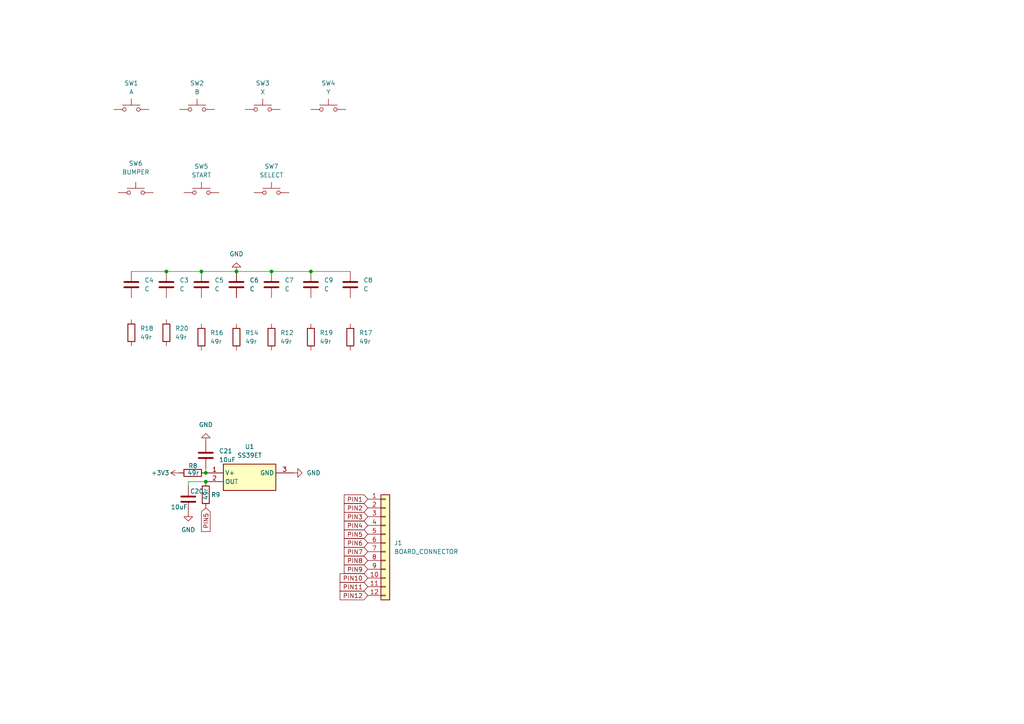
<source format=kicad_sch>
(kicad_sch (version 20231120) (generator "eeschema") (generator_version "8.0")
  (paper "A4")
  (lib_symbols
    (symbol "Connector_Generic:Conn_01x12" (pin_names (offset 1.016) hide)
      (property "Reference" "J" (at 0 15.24 0))
      (property "Value" "Conn_01x12" (at 0 -17.78 0))
      (symbol "Conn_01x12_1_1"
        (rectangle (start -1.27 -15.113) (end 0 -15.367) (stroke (width 0.1524)))
        (rectangle (start -1.27 -12.573) (end 0 -12.827) (stroke (width 0.1524)))
        (rectangle (start -1.27 -10.033) (end 0 -10.287) (stroke (width 0.1524)))
        (rectangle (start -1.27 -7.493) (end 0 -7.747) (stroke (width 0.1524)))
        (rectangle (start -1.27 -4.953) (end 0 -5.207) (stroke (width 0.1524)))
        (rectangle (start -1.27 -2.413) (end 0 -2.667) (stroke (width 0.1524)))
        (rectangle (start -1.27 0.127) (end 0 -0.127) (stroke (width 0.1524)))
        (rectangle (start -1.27 2.667) (end 0 2.413) (stroke (width 0.1524)))
        (rectangle (start -1.27 5.207) (end 0 4.953) (stroke (width 0.1524)))
        (rectangle (start -1.27 7.747) (end 0 7.493) (stroke (width 0.1524)))
        (rectangle (start -1.27 10.287) (end 0 10.033) (stroke (width 0.1524)))
        (rectangle (start -1.27 12.827) (end 0 12.573) (stroke (width 0.1524)))
        (rectangle (start -1.27 13.97) (end 1.27 -16.51) (stroke (width 0.254)) (fill (type background)))
        (pin passive line (at -5.08 12.7 0) (length 3.81) (name "Pin_1") (number "1"))
        (pin passive line (at -5.08 -10.16 0) (length 3.81) (name "Pin_10") (number "10"))
        (pin passive line (at -5.08 -12.7 0) (length 3.81) (name "Pin_11") (number "11"))
        (pin passive line (at -5.08 -15.24 0) (length 3.81) (name "Pin_12") (number "12"))
        (pin passive line (at -5.08 10.16 0) (length 3.81) (name "Pin_2") (number "2"))
        (pin passive line (at -5.08 7.62 0) (length 3.81) (name "Pin_3") (number "3"))
        (pin passive line (at -5.08 5.08 0) (length 3.81) (name "Pin_4") (number "4"))
        (pin passive line (at -5.08 2.54 0) (length 3.81) (name "Pin_5") (number "5"))
        (pin passive line (at -5.08 0 0) (length 3.81) (name "Pin_6") (number "6"))
        (pin passive line (at -5.08 -2.54 0) (length 3.81) (name "Pin_7") (number "7"))
        (pin passive line (at -5.08 -5.08 0) (length 3.81) (name "Pin_8") (number "8"))
        (pin passive line (at -5.08 -7.62 0) (length 3.81) (name "Pin_9") (number "9"))
      )
    )
    (symbol "Device:C" (pin_numbers hide) (pin_names (offset 0.254))
      (property "Reference" "C" (at 0.635 2.54 0))
      (property "Value" "C" (at 0.635 -2.54 0))
      (symbol "C_0_1"
        (polyline (pts (xy -2.032 -0.762) (xy 2.032 -0.762)) (stroke (width 0.508)))
        (polyline (pts (xy -2.032 0.762) (xy 2.032 0.762)) (stroke (width 0.508)))
      )
      (symbol "C_1_1"
        (pin passive line (at 0 3.81 270) (length 2.794) (name "~") (number "1"))
        (pin passive line (at 0 -3.81 90) (length 2.794) (name "~") (number "2"))
      )
    )
    (symbol "Device:R" (pin_numbers hide) (pin_names (offset 0))
      (property "Reference" "R" (at 2.032 0 90))
      (property "Value" "R" (at 0 0 90))
      (symbol "R_0_1"
        (rectangle (start -1.016 -2.54) (end 1.016 2.54) (stroke (width 0.254)))
      )
      (symbol "R_1_1"
        (pin passive line (at 0 3.81 270) (length 1.27) (name "~") (number "1"))
        (pin passive line (at 0 -3.81 90) (length 1.27) (name "~") (number "2"))
      )
    )
    (symbol "SS39ET:SS39ET"
      (property "Reference" "U" (at 21.59 7.62 0))
      (property "Value" "SS39ET" (at 21.59 5.08 0))
      (symbol "SS39ET_1_1"
        (rectangle (start 5.08 2.54) (end 20.32 -5.08) (stroke (width 0.254)) (fill (type background)))
        (pin power_in line (at 0 0 0) (length 5.08) (name "V+") (number "1"))
        (pin output line (at 0 -2.54 0) (length 5.08) (name "OUT") (number "2"))
        (pin power_in line (at 25.4 0 180) (length 5.08) (name "GND") (number "3"))
      )
    )
    (symbol "Switch:SW_Push" (pin_numbers hide) (pin_names (offset 1.016) hide)
      (property "Reference" "SW" (at 1.27 2.54 0))
      (property "Value" "SW_Push" (at 0 -1.524 0))
      (symbol "SW_Push_0_1"
        (circle (center -2.032 0) (radius 0.508))
        (polyline (pts (xy 0 1.27) (xy 0 3.048)))
        (polyline (pts (xy 2.54 1.27) (xy -2.54 1.27)))
        (circle (center 2.032 0) (radius 0.508))
        (pin passive line (at -5.08 0 0) (length 2.54) (name "1") (number "1"))
        (pin passive line (at 5.08 0 180) (length 2.54) (name "2") (number "2"))
      )
    )
    (symbol "power:+3V3" (power) (pin_numbers hide) (pin_names (offset 0) hide)
      (property "Value" "+3V3" (at 0 3.556 0))
      (symbol "+3V3_0_1"
        (polyline (pts (xy -0.762 1.27) (xy 0 2.54)))
        (polyline (pts (xy 0 0) (xy 0 2.54)))
        (polyline (pts (xy 0 2.54) (xy 0.762 1.27)))
      )
      (symbol "+3V3_1_1"
        (pin power_in line (at 0 0 90) (length 0) (name "~") (number "1"))
      )
    )
    (symbol "power:GND" (power) (pin_numbers hide) (pin_names (offset 0) hide)
      (property "Value" "GND" (at 0 -3.81 0))
      (symbol "GND_0_1"
        (polyline (pts (xy 0 0) (xy 0 -1.27) (xy 1.27 -1.27) (xy 0 -2.54) (xy -1.27 -1.27) (xy 0 -1.27)))
      )
      (symbol "GND_1_1"
        (pin power_in line (at 0 0 270) (length 0) (name "~") (number "1"))
      )
    )
  )
  (junction (at 58.42 78.74))
  (junction (at 90.17 78.74))
  (junction (at 48.26 78.74))
  (junction (at 59.69 139.7))
  (junction (at 59.69 137.16))
  (junction (at 68.58 78.74))
  (junction (at 78.74 78.74))
  (wire (pts (xy 54.61 139.7) (xy 54.61 140.97)))
  (wire (pts (xy 59.69 139.7) (xy 54.61 139.7)))
  (wire (pts (xy 78.74 78.74) (xy 90.17 78.74)))
  (wire (pts (xy 90.17 78.74) (xy 101.6 78.74)))
  (wire (pts (xy 48.26 78.74) (xy 58.42 78.74)))
  (wire (pts (xy 68.58 78.74) (xy 78.74 78.74)))
  (wire (pts (xy 58.42 78.74) (xy 68.58 78.74)))
  (wire (pts (xy 59.69 135.89) (xy 59.69 137.16)))
  (wire (pts (xy 38.1 78.74) (xy 48.26 78.74)))
  (global_label "PIN8" (shape input) (at 106.68 162.56 180) (property "Intersheetrefs" "${INTERSHEET_REFS}" (effects (hide yes))))
  (global_label "PIN11" (shape input) (at 106.68 170.18 180) (property "Intersheetrefs" "${INTERSHEET_REFS}" (effects (hide yes))))
  (global_label "PIN4" (shape input) (at 106.68 152.4 180) (property "Intersheetrefs" "${INTERSHEET_REFS}" (effects (hide yes))))
  (global_label "PIN10" (shape input) (at 106.68 167.64 180) (property "Intersheetrefs" "${INTERSHEET_REFS}" (effects (hide yes))))
  (global_label "PIN5" (shape input) (at 59.69 147.32 270) (property "Intersheetrefs" "${INTERSHEET_REFS}" (effects (hide yes))))
  (global_label "PIN2" (shape input) (at 106.68 147.32 180) (property "Intersheetrefs" "${INTERSHEET_REFS}" (effects (hide yes))))
  (global_label "PIN5" (shape input) (at 106.68 154.94 180) (property "Intersheetrefs" "${INTERSHEET_REFS}" (effects (hide yes))))
  (global_label "PIN12" (shape input) (at 106.68 172.72 180) (property "Intersheetrefs" "${INTERSHEET_REFS}" (effects (hide yes))))
  (global_label "PIN3" (shape input) (at 106.68 149.86 180) (property "Intersheetrefs" "${INTERSHEET_REFS}" (effects (hide yes))))
  (global_label "PIN1" (shape input) (at 106.68 144.78 180) (property "Intersheetrefs" "${INTERSHEET_REFS}" (effects (hide yes))))
  (global_label "PIN6" (shape input) (at 106.68 157.48 180) (property "Intersheetrefs" "${INTERSHEET_REFS}" (effects (hide yes))))
  (global_label "PIN9" (shape input) (at 106.68 165.1 180) (property "Intersheetrefs" "${INTERSHEET_REFS}" (effects (hide yes))))
  (global_label "PIN7" (shape input) (at 106.68 160.02 180) (property "Intersheetrefs" "${INTERSHEET_REFS}" (effects (hide yes))))
  (symbol (lib_id "Device:R") (at 78.74 97.79 0) (unit 1)
    (property "Reference" "R12" (at 81.28 96.5199 0) (effects (justify left)))
    (property "Value" "49r" (at 81.28 99.0599 0) (effects (justify left)))
    (property "Footprint" "Resistor_SMD:R_0402_1005Metric" (effects (hide yes)))
    (property "Description" "Resistor" (effects (hide yes)))
  )
  (symbol (lib_id "power:+3V3") (at 52.07 137.16 90) (unit 1)
    (property "Reference" "#PWR01" (effects (hide yes)))
    (property "Value" "+3V3" (at 46.482 137.16 90))
    (property "Description" "Power symbol creates a global label with name \"+3V3\"" (effects (hide yes)))
  )
  (symbol (lib_id "Device:C") (at 48.26 82.55 0) (unit 1)
    (property "Reference" "C3" (at 52.07 81.2799 0) (effects (justify left)))
    (property "Value" "C" (at 52.07 83.8199 0) (effects (justify left)))
    (property "Footprint" "Capacitor_SMD:C_0402_1005Metric" (effects (hide yes)))
    (property "Description" "Unpolarized capacitor" (effects (hide yes)))
  )
  (symbol (lib_id "Device:C") (at 58.42 82.55 0) (unit 1)
    (property "Reference" "C5" (at 62.23 81.2799 0) (effects (justify left)))
    (property "Value" "C" (at 62.23 83.8199 0) (effects (justify left)))
    (property "Footprint" "Capacitor_SMD:C_0402_1005Metric" (effects (hide yes)))
    (property "Description" "Unpolarized capacitor" (effects (hide yes)))
  )
  (symbol (lib_id "Device:C") (at 54.61 144.78 0) (unit 1)
    (property "Reference" "C20" (at 55.118 142.494 0) (effects (justify left)))
    (property "Value" "10uF" (at 49.53 147.066 0) (effects (justify left)))
    (property "Footprint" "Capacitor_SMD:C_0402_1005Metric" (effects (hide yes)))
    (property "Description" "Unpolarized capacitor" (effects (hide yes)))
  )
  (symbol (lib_id "Device:R") (at 68.58 97.79 0) (unit 1)
    (property "Reference" "R14" (at 71.12 96.5199 0) (effects (justify left)))
    (property "Value" "49r" (at 71.12 99.0599 0) (effects (justify left)))
    (property "Footprint" "Resistor_SMD:R_0402_1005Metric" (effects (hide yes)))
    (property "Description" "Resistor" (effects (hide yes)))
  )
  (symbol (lib_id "Switch:SW_Push") (at 58.42 55.88 0) (unit 1)
    (property "Reference" "SW5" (at 58.42 48.26 0))
    (property "Value" "START" (at 58.42 50.8 0))
    (property "Footprint" "button?:membrane_contact" (effects (hide yes)))
    (property "Description" "Push button switch, generic, two pins" (effects (hide yes)))
  )
  (symbol (lib_id "Device:R") (at 58.42 97.79 0) (unit 1)
    (property "Reference" "R16" (at 60.96 96.5199 0) (effects (justify left)))
    (property "Value" "49r" (at 60.96 99.0599 0) (effects (justify left)))
    (property "Footprint" "Resistor_SMD:R_0402_1005Metric" (effects (hide yes)))
    (property "Description" "Resistor" (effects (hide yes)))
  )
  (symbol (lib_id "Device:C") (at 101.6 82.55 0) (unit 1)
    (property "Reference" "C8" (at 105.41 81.2799 0) (effects (justify left)))
    (property "Value" "C" (at 105.41 83.8199 0) (effects (justify left)))
    (property "Footprint" "Capacitor_SMD:C_0402_1005Metric" (effects (hide yes)))
    (property "Description" "Unpolarized capacitor" (effects (hide yes)))
  )
  (symbol (lib_id "Device:C") (at 59.69 132.08 0) (unit 1)
    (property "Reference" "C21" (at 63.5 130.8099 0) (effects (justify left)))
    (property "Value" "10uF" (at 63.5 133.3499 0) (effects (justify left)))
    (property "Footprint" "Capacitor_SMD:C_0402_1005Metric" (effects (hide yes)))
    (property "Description" "Unpolarized capacitor" (effects (hide yes)))
  )
  (symbol (lib_id "Switch:SW_Push") (at 76.2 31.75 0) (unit 1)
    (property "Reference" "SW3" (at 76.2 24.13 0))
    (property "Value" "X" (at 76.2 26.67 0))
    (property "Footprint" "button?:membrane_contact" (effects (hide yes)))
    (property "Description" "Push button switch, generic, two pins" (effects (hide yes)))
  )
  (symbol (lib_id "Device:C") (at 78.74 82.55 0) (unit 1)
    (property "Reference" "C7" (at 82.55 81.2799 0) (effects (justify left)))
    (property "Value" "C" (at 82.55 83.8199 0) (effects (justify left)))
    (property "Footprint" "Capacitor_SMD:C_0402_1005Metric" (effects (hide yes)))
    (property "Description" "Unpolarized capacitor" (effects (hide yes)))
  )
  (symbol (lib_id "Device:C") (at 68.58 82.55 0) (unit 1)
    (property "Reference" "C6" (at 72.39 81.2799 0) (effects (justify left)))
    (property "Value" "C" (at 72.39 83.8199 0) (effects (justify left)))
    (property "Footprint" "Capacitor_SMD:C_0402_1005Metric" (effects (hide yes)))
    (property "Description" "Unpolarized capacitor" (effects (hide yes)))
  )
  (symbol (lib_id "power:GND") (at 54.61 148.59 0) (unit 1)
    (property "Reference" "#PWR03" (effects (hide yes)))
    (property "Value" "GND" (at 54.61 153.67 0))
    (property "Description" "Power symbol creates a global label with name \"GND\" , ground" (effects (hide yes)))
  )
  (symbol (lib_id "Device:C") (at 90.17 82.55 0) (unit 1)
    (property "Reference" "C9" (at 93.98 81.2799 0) (effects (justify left)))
    (property "Value" "C" (at 93.98 83.8199 0) (effects (justify left)))
    (property "Footprint" "Capacitor_SMD:C_0402_1005Metric" (effects (hide yes)))
    (property "Description" "Unpolarized capacitor" (effects (hide yes)))
  )
  (symbol (lib_id "power:GND") (at 68.58 78.74 180) (unit 1)
    (property "Reference" "#PWR05" (effects (hide yes)))
    (property "Value" "GND" (at 68.58 73.66 0))
    (property "Description" "Power symbol creates a global label with name \"GND\" , ground" (effects (hide yes)))
  )
  (symbol (lib_id "power:GND") (at 85.09 137.16 90) (unit 1)
    (property "Reference" "#PWR04" (effects (hide yes)))
    (property "Value" "GND" (at 88.9 137.1599 90) (effects (justify right)))
    (property "Description" "Power symbol creates a global label with name \"GND\" , ground" (effects (hide yes)))
  )
  (symbol (lib_id "Switch:SW_Push") (at 95.25 31.75 0) (unit 1)
    (property "Reference" "SW4" (at 95.25 24.13 0))
    (property "Value" "Y" (at 95.25 26.67 0))
    (property "Footprint" "button?:membrane_contact" (effects (hide yes)))
    (property "Description" "Push button switch, generic, two pins" (effects (hide yes)))
  )
  (symbol (lib_id "SS39ET:SS39ET") (at 59.69 137.16 0) (unit 1)
    (property "Reference" "U1" (at 72.39 129.54 0))
    (property "Value" "SS39ET" (at 72.39 132.08 0))
    (property "Footprint" "SOT95P280X140-3N" (effects (hide yes)))
    (property "Datasheet" "https://sensing.honeywell.com/index.php?ci_id=50359" (effects (hide yes)))
    (property "Description" "Analog Hall Sensor SOT23" (effects (hide yes)))
    (property "Height" "1.4" (effects (hide yes)))
    (property "Mouser Part Number" "785-SS39ET" (effects (hide yes)))
    (property "Mouser Price/Stock" "https://www.mouser.co.uk/ProductDetail/Honeywell/SS39ET?qs=JeAkOuORR2XTjFIvahnwWg%3D%3D" (effects (hide yes)))
    (property "Manufacturer_Name" "Honeywell" (effects (hide yes)))
    (property "Manufacturer_Part_Number" "SS39ET" (effects (hide yes)))
  )
  (symbol (lib_id "Switch:SW_Push") (at 78.74 55.88 0) (unit 1)
    (property "Reference" "SW7" (at 78.74 48.26 0))
    (property "Value" "SELECT" (at 78.74 50.8 0))
    (property "Footprint" "button?:membrane_contact" (effects (hide yes)))
    (property "Description" "Push button switch, generic, two pins" (effects (hide yes)))
  )
  (symbol (lib_id "Device:R") (at 101.6 97.79 0) (unit 1)
    (property "Reference" "R17" (at 104.14 96.5199 0) (effects (justify left)))
    (property "Value" "49r" (at 104.14 99.0599 0) (effects (justify left)))
    (property "Footprint" "Resistor_SMD:R_0402_1005Metric" (effects (hide yes)))
    (property "Description" "Resistor" (effects (hide yes)))
  )
  (symbol (lib_id "Switch:SW_Push") (at 38.1 31.75 0) (unit 1)
    (property "Reference" "SW1" (at 38.1 24.13 0))
    (property "Value" "A" (at 38.1 26.67 0))
    (property "Footprint" "button?:membrane_contact" (effects (hide yes)))
    (property "Description" "Push button switch, generic, two pins" (effects (hide yes)))
  )
  (symbol (lib_id "Device:R") (at 55.88 137.16 270) (unit 1)
    (property "Reference" "R8" (at 54.61 135.128 90) (effects (justify left)))
    (property "Value" "49r" (at 54.356 137.16 90) (effects (justify left)))
    (property "Footprint" "Resistor_SMD:R_0402_1005Metric" (effects (hide yes)))
    (property "Description" "Resistor" (effects (hide yes)))
  )
  (symbol (lib_id "Switch:SW_Push") (at 57.15 31.75 0) (unit 1)
    (property "Reference" "SW2" (at 57.15 24.13 0))
    (property "Value" "B" (at 57.15 26.67 0))
    (property "Footprint" "button?:membrane_contact" (effects (hide yes)))
    (property "Description" "Push button switch, generic, two pins" (effects (hide yes)))
  )
  (symbol (lib_id "Switch:SW_Push") (at 39.37 55.88 0) (unit 1)
    (property "Reference" "SW6" (at 39.37 47.3812 0))
    (property "Value" "BUMPER" (at 39.37 49.9212 0))
    (property "Footprint" "TA2-32W-V-T_R:TA232WVTR_NEW" (effects (hide yes)))
    (property "Description" "Push button switch, generic, two pins" (effects (hide yes)))
  )
  (symbol (lib_id "Connector_Generic:Conn_01x12") (at 111.76 157.48 0) (unit 1)
    (property "Reference" "J1" (at 114.3 157.4799 0) (effects (justify left)))
    (property "Value" "BOARD_CONNECTOR" (at 114.3 160.0199 0) (effects (justify left)))
    (property "Description" "Generic connector, single row, 01x12, script generated (kicad-library-utils/schlib/autogen/connector/)" (effects (hide yes)))
  )
  (symbol (lib_id "Device:C") (at 38.1 82.55 0) (unit 1)
    (property "Reference" "C4" (at 41.91 81.2799 0) (effects (justify left)))
    (property "Value" "C" (at 41.91 83.8199 0) (effects (justify left)))
    (property "Footprint" "Capacitor_SMD:C_0402_1005Metric" (effects (hide yes)))
    (property "Description" "Unpolarized capacitor" (effects (hide yes)))
  )
  (symbol (lib_id "Device:R") (at 38.1 96.52 0) (unit 1)
    (property "Reference" "R18" (at 40.64 95.2499 0) (effects (justify left)))
    (property "Value" "49r" (at 40.64 97.7899 0) (effects (justify left)))
    (property "Footprint" "Resistor_SMD:R_0402_1005Metric" (effects (hide yes)))
    (property "Description" "Resistor" (effects (hide yes)))
  )
  (symbol (lib_id "Device:R") (at 48.26 96.52 0) (unit 1)
    (property "Reference" "R20" (at 50.8 95.2499 0) (effects (justify left)))
    (property "Value" "49r" (at 50.8 97.7899 0) (effects (justify left)))
    (property "Footprint" "Resistor_SMD:R_0402_1005Metric" (effects (hide yes)))
    (property "Description" "Resistor" (effects (hide yes)))
  )
  (symbol (lib_id "Device:R") (at 90.17 97.79 0) (unit 1)
    (property "Reference" "R19" (at 92.71 96.5199 0) (effects (justify left)))
    (property "Value" "49r" (at 92.71 99.0599 0) (effects (justify left)))
    (property "Footprint" "Resistor_SMD:R_0402_1005Metric" (effects (hide yes)))
    (property "Description" "Resistor" (effects (hide yes)))
  )
  (symbol (lib_id "Device:R") (at 59.69 143.51 0) (unit 1)
    (property "Reference" "R9" (at 61.214 143.51 0) (effects (justify left)))
    (property "Value" "49r" (at 59.69 145.034 90) (effects (justify left)))
    (property "Footprint" "Resistor_SMD:R_0402_1005Metric" (effects (hide yes)))
    (property "Description" "Resistor" (effects (hide yes)))
  )
  (symbol (lib_id "power:GND") (at 59.69 128.27 180) (unit 1)
    (property "Reference" "#PWR02" (effects (hide yes)))
    (property "Value" "GND" (at 59.69 123.19 0))
    (property "Description" "Power symbol creates a global label with name \"GND\" , ground" (effects (hide yes)))
  )
)
</source>
